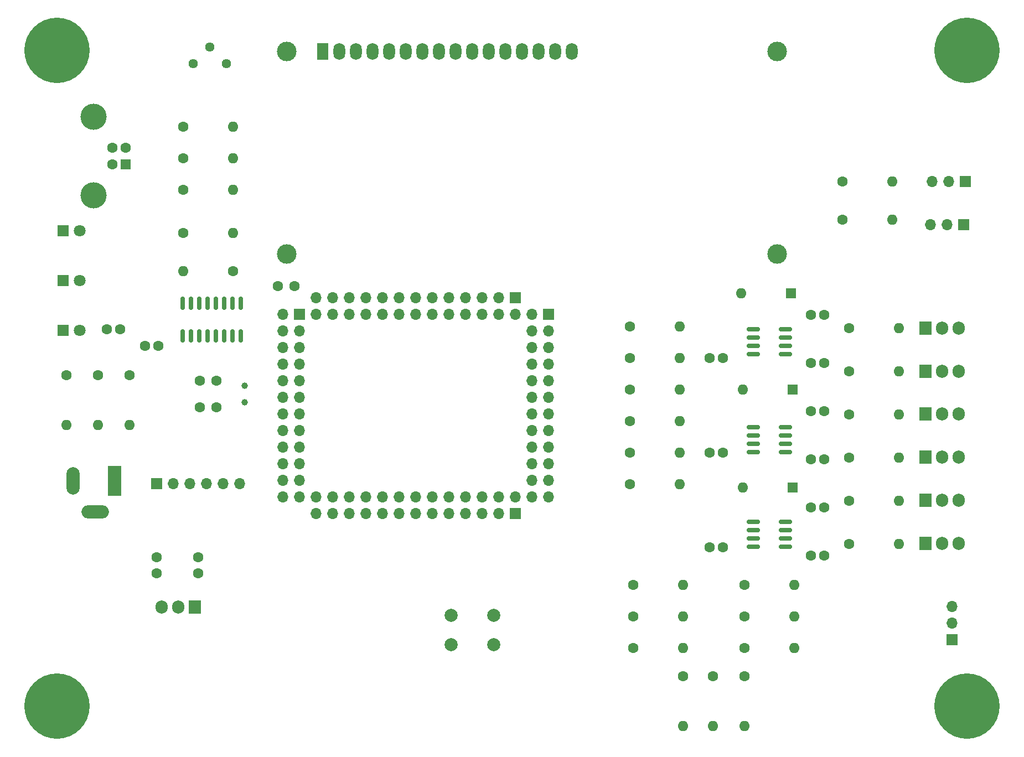
<source format=gbr>
%TF.GenerationSoftware,KiCad,Pcbnew,(6.0.7)*%
%TF.CreationDate,2022-11-12T20:07:08-06:00*%
%TF.ProjectId,Project 2,50726f6a-6563-4742-9032-2e6b69636164,rev?*%
%TF.SameCoordinates,Original*%
%TF.FileFunction,Soldermask,Top*%
%TF.FilePolarity,Negative*%
%FSLAX46Y46*%
G04 Gerber Fmt 4.6, Leading zero omitted, Abs format (unit mm)*
G04 Created by KiCad (PCBNEW (6.0.7)) date 2022-11-12 20:07:08*
%MOMM*%
%LPD*%
G01*
G04 APERTURE LIST*
G04 Aperture macros list*
%AMRoundRect*
0 Rectangle with rounded corners*
0 $1 Rounding radius*
0 $2 $3 $4 $5 $6 $7 $8 $9 X,Y pos of 4 corners*
0 Add a 4 corners polygon primitive as box body*
4,1,4,$2,$3,$4,$5,$6,$7,$8,$9,$2,$3,0*
0 Add four circle primitives for the rounded corners*
1,1,$1+$1,$2,$3*
1,1,$1+$1,$4,$5*
1,1,$1+$1,$6,$7*
1,1,$1+$1,$8,$9*
0 Add four rect primitives between the rounded corners*
20,1,$1+$1,$2,$3,$4,$5,0*
20,1,$1+$1,$4,$5,$6,$7,0*
20,1,$1+$1,$6,$7,$8,$9,0*
20,1,$1+$1,$8,$9,$2,$3,0*%
G04 Aperture macros list end*
%ADD10C,1.600000*%
%ADD11O,1.600000X1.600000*%
%ADD12R,1.905000X2.000000*%
%ADD13O,1.905000X2.000000*%
%ADD14C,10.000000*%
%ADD15R,1.800000X1.800000*%
%ADD16C,1.800000*%
%ADD17RoundRect,0.150000X-0.825000X-0.150000X0.825000X-0.150000X0.825000X0.150000X-0.825000X0.150000X0*%
%ADD18RoundRect,0.150000X0.150000X-0.850000X0.150000X0.850000X-0.150000X0.850000X-0.150000X-0.850000X0*%
%ADD19R,1.700000X1.700000*%
%ADD20O,1.700000X1.700000*%
%ADD21C,1.000000*%
%ADD22R,1.600000X1.600000*%
%ADD23C,4.000000*%
%ADD24C,2.000000*%
%ADD25C,1.440000*%
%ADD26R,2.000000X4.600000*%
%ADD27O,2.000000X4.200000*%
%ADD28O,4.200000X2.000000*%
%ADD29C,3.000000*%
%ADD30R,1.800000X2.600000*%
%ADD31O,1.800000X2.600000*%
G04 APERTURE END LIST*
D10*
%TO.C,R29*%
X84457500Y-84740343D03*
D11*
X84457500Y-92360343D03*
%TD*%
D10*
%TO.C,R22*%
X161036000Y-82113000D03*
D11*
X168656000Y-82113000D03*
%TD*%
D10*
%TO.C,R13*%
X178562000Y-116840000D03*
D11*
X186182000Y-116840000D03*
%TD*%
%TO.C,R28*%
X201168000Y-60960000D03*
D10*
X193548000Y-60960000D03*
%TD*%
D12*
%TO.C,Q4*%
X206248000Y-97282000D03*
D13*
X208788000Y-97282000D03*
X211328000Y-97282000D03*
%TD*%
D10*
%TO.C,R21*%
X161036000Y-77287000D03*
D11*
X168656000Y-77287000D03*
%TD*%
D14*
%TO.C,H1*%
X73406000Y-135382000D03*
%TD*%
D10*
%TO.C,R6*%
X194564000Y-84145000D03*
D11*
X202184000Y-84145000D03*
%TD*%
D12*
%TO.C,U2*%
X94488000Y-120213000D03*
D13*
X91948000Y-120213000D03*
X89408000Y-120213000D03*
%TD*%
D10*
%TO.C,R7*%
X194564000Y-90749000D03*
D11*
X202184000Y-90749000D03*
%TD*%
D10*
%TO.C,C7*%
X188738000Y-75509000D03*
X190738000Y-75509000D03*
%TD*%
D12*
%TO.C,Q2*%
X206248000Y-84145000D03*
D13*
X208788000Y-84145000D03*
X211328000Y-84145000D03*
%TD*%
D10*
%TO.C,C12*%
X188738000Y-104973000D03*
X190738000Y-104973000D03*
%TD*%
D15*
%TO.C,D4*%
X74292500Y-77882343D03*
D16*
X76832500Y-77882343D03*
%TD*%
D10*
%TO.C,C9*%
X188738000Y-112339000D03*
X190738000Y-112339000D03*
%TD*%
%TO.C,R1*%
X161544000Y-116840000D03*
D11*
X169164000Y-116840000D03*
%TD*%
D12*
%TO.C,Q5*%
X206248000Y-103886000D03*
D13*
X208788000Y-103886000D03*
X211328000Y-103886000D03*
%TD*%
D10*
%TO.C,C14*%
X188722000Y-90241000D03*
X190722000Y-90241000D03*
%TD*%
D17*
%TO.C,U4*%
X179897000Y-92654000D03*
X179897000Y-93924000D03*
X179897000Y-95194000D03*
X179897000Y-96464000D03*
X184847000Y-96464000D03*
X184847000Y-95194000D03*
X184847000Y-93924000D03*
X184847000Y-92654000D03*
%TD*%
D14*
%TO.C,H4*%
X73406000Y-35052000D03*
%TD*%
D10*
%TO.C,C13*%
X188722000Y-82875000D03*
X190722000Y-82875000D03*
%TD*%
%TO.C,R18*%
X100330000Y-68834000D03*
D11*
X92710000Y-68834000D03*
%TD*%
D10*
%TO.C,R14*%
X178562000Y-121666000D03*
D11*
X186182000Y-121666000D03*
%TD*%
D10*
%TO.C,C3*%
X81042000Y-77724000D03*
X83042000Y-77724000D03*
%TD*%
%TO.C,C1*%
X94996000Y-115062000D03*
X94996000Y-112562000D03*
%TD*%
%TO.C,R20*%
X92710000Y-56388000D03*
D11*
X100330000Y-56388000D03*
%TD*%
D17*
%TO.C,U5*%
X179897000Y-107132000D03*
X179897000Y-108402000D03*
X179897000Y-109672000D03*
X179897000Y-110942000D03*
X184847000Y-110942000D03*
X184847000Y-109672000D03*
X184847000Y-108402000D03*
X184847000Y-107132000D03*
%TD*%
D10*
%TO.C,C10*%
X97770000Y-85598000D03*
X95270000Y-85598000D03*
%TD*%
%TO.C,R11*%
X173736000Y-130810000D03*
D11*
X173736000Y-138430000D03*
%TD*%
D15*
%TO.C,D6*%
X74292500Y-62642343D03*
D16*
X76832500Y-62642343D03*
%TD*%
D10*
%TO.C,R19*%
X92710000Y-51562000D03*
D11*
X100330000Y-51562000D03*
%TD*%
D10*
%TO.C,R10*%
X194564000Y-110561000D03*
D11*
X202184000Y-110561000D03*
%TD*%
D18*
%TO.C,U6*%
X92583000Y-78728843D03*
X93853000Y-78728843D03*
X95123000Y-78728843D03*
X96393000Y-78728843D03*
X97663000Y-78728843D03*
X98933000Y-78728843D03*
X100203000Y-78728843D03*
X101473000Y-78728843D03*
X101473000Y-73728843D03*
X100203000Y-73728843D03*
X98933000Y-73728843D03*
X97663000Y-73728843D03*
X96393000Y-73728843D03*
X95123000Y-73728843D03*
X93853000Y-73728843D03*
X92583000Y-73728843D03*
%TD*%
D19*
%TO.C,J5*%
X88671000Y-101321000D03*
D20*
X91211000Y-101321000D03*
X93751000Y-101321000D03*
X96291000Y-101321000D03*
X98831000Y-101321000D03*
X101371000Y-101321000D03*
%TD*%
D21*
%TO.C,Y1*%
X102108000Y-88900000D03*
X102108000Y-86360000D03*
%TD*%
D10*
%TO.C,R24*%
X161036000Y-91765000D03*
D11*
X168656000Y-91765000D03*
%TD*%
D10*
%TO.C,R3*%
X161544000Y-126492000D03*
D11*
X169164000Y-126492000D03*
%TD*%
D10*
%TO.C,C16*%
X107208000Y-71120000D03*
X109708000Y-71120000D03*
%TD*%
D22*
%TO.C,D3*%
X185928000Y-101925000D03*
D11*
X178308000Y-101925000D03*
%TD*%
D10*
%TO.C,R4*%
X169164000Y-130810000D03*
D11*
X169164000Y-138430000D03*
%TD*%
D19*
%TO.C,J4*%
X212090000Y-61722000D03*
D20*
X209550000Y-61722000D03*
X207010000Y-61722000D03*
%TD*%
D10*
%TO.C,R16*%
X92710000Y-46736000D03*
D11*
X100330000Y-46736000D03*
%TD*%
D10*
%TO.C,R8*%
X194564000Y-97353000D03*
D11*
X202184000Y-97353000D03*
%TD*%
D10*
%TO.C,R2*%
X161544000Y-121666000D03*
D11*
X169164000Y-121666000D03*
%TD*%
D19*
%TO.C,J3*%
X210312000Y-125222000D03*
D20*
X210312000Y-122682000D03*
X210312000Y-120142000D03*
%TD*%
D15*
%TO.C,D5*%
X74292500Y-70262343D03*
D16*
X76832500Y-70262343D03*
%TD*%
D10*
%TO.C,C4*%
X173244000Y-82113000D03*
X175244000Y-82113000D03*
%TD*%
%TO.C,C11*%
X97750000Y-89662000D03*
X95250000Y-89662000D03*
%TD*%
%TO.C,C15*%
X86884000Y-80264000D03*
X88884000Y-80264000D03*
%TD*%
%TO.C,R26*%
X161036000Y-101417000D03*
D11*
X168656000Y-101417000D03*
%TD*%
D22*
%TO.C,J1*%
X83879000Y-52462343D03*
D10*
X83879000Y-49962343D03*
X81879000Y-49962343D03*
X81879000Y-52462343D03*
D23*
X79019000Y-45212343D03*
X79019000Y-57212343D03*
%TD*%
D24*
%TO.C,SW1*%
X133656000Y-121448000D03*
X140156000Y-121448000D03*
X140156000Y-125948000D03*
X133656000Y-125948000D03*
%TD*%
D10*
%TO.C,R30*%
X79631500Y-84740343D03*
D11*
X79631500Y-92360343D03*
%TD*%
D25*
%TO.C,RV1*%
X99314000Y-37084000D03*
X96774000Y-34544000D03*
X94234000Y-37084000D03*
%TD*%
D10*
%TO.C,R9*%
X194564000Y-103957000D03*
D11*
X202184000Y-103957000D03*
%TD*%
D19*
%TO.C,U1*%
X143510000Y-72898000D03*
D20*
X143510000Y-75438000D03*
X140970000Y-72898000D03*
X140970000Y-75438000D03*
X138430000Y-72898000D03*
X138430000Y-75438000D03*
X135890000Y-72898000D03*
X135890000Y-75438000D03*
X133350000Y-72898000D03*
X133350000Y-75438000D03*
X130810000Y-72898000D03*
X130810000Y-75438000D03*
X128270000Y-72898000D03*
X128270000Y-75438000D03*
X125730000Y-72898000D03*
X125730000Y-75438000D03*
X123190000Y-72898000D03*
X123190000Y-75438000D03*
X120650000Y-72898000D03*
X120650000Y-75438000D03*
X118110000Y-72898000D03*
X118110000Y-75438000D03*
X115570000Y-72898000D03*
X115570000Y-75438000D03*
X113030000Y-72898000D03*
X113030000Y-75438000D03*
X107950000Y-75438000D03*
D19*
X110490000Y-75438000D03*
D20*
X107950000Y-77978000D03*
X110490000Y-77978000D03*
X107950000Y-80518000D03*
X110490000Y-80518000D03*
X107950000Y-83058000D03*
X110490000Y-83058000D03*
X107950000Y-85598000D03*
X110490000Y-85598000D03*
X107950000Y-88138000D03*
X110490000Y-88138000D03*
X107950000Y-90678000D03*
X110490000Y-90678000D03*
X107950000Y-93218000D03*
X110490000Y-93218000D03*
X107950000Y-95758000D03*
X110490000Y-95758000D03*
X107950000Y-98298000D03*
X110490000Y-98298000D03*
X107950000Y-100838000D03*
X110490000Y-100838000D03*
X107950000Y-103378000D03*
X110490000Y-103378000D03*
X113030000Y-105918000D03*
X113030000Y-103378000D03*
X115570000Y-105918000D03*
X115570000Y-103378000D03*
X118110000Y-105918000D03*
X118110000Y-103378000D03*
X120650000Y-105918000D03*
X120650000Y-103378000D03*
X123190000Y-105918000D03*
X123190000Y-103378000D03*
X125730000Y-105918000D03*
X125730000Y-103378000D03*
X128270000Y-105918000D03*
X128270000Y-103378000D03*
X130810000Y-105918000D03*
X130810000Y-103378000D03*
X133350000Y-105918000D03*
X133350000Y-103378000D03*
X135890000Y-105918000D03*
X135890000Y-103378000D03*
X138430000Y-105918000D03*
X138430000Y-103378000D03*
X140970000Y-105918000D03*
X140970000Y-103378000D03*
D19*
X143510000Y-105918000D03*
D20*
X143510000Y-103378000D03*
X148590000Y-103378000D03*
X146050000Y-103378000D03*
X148590000Y-100838000D03*
X146050000Y-100838000D03*
X148590000Y-98298000D03*
X146050000Y-98298000D03*
X148590000Y-95758000D03*
X146050000Y-95758000D03*
X148590000Y-93218000D03*
X146050000Y-93218000D03*
X148590000Y-90678000D03*
X146050000Y-90678000D03*
X148590000Y-88138000D03*
X146050000Y-88138000D03*
X148590000Y-85598000D03*
X146050000Y-85598000D03*
X148590000Y-83058000D03*
X146050000Y-83058000D03*
X148590000Y-80518000D03*
X146050000Y-80518000D03*
X148590000Y-77978000D03*
X146050000Y-77978000D03*
D19*
X148590000Y-75438000D03*
D20*
X146050000Y-75438000D03*
%TD*%
D14*
%TO.C,H2*%
X212598000Y-135382000D03*
%TD*%
D10*
%TO.C,R15*%
X178562000Y-126492000D03*
D11*
X186182000Y-126492000D03*
%TD*%
D19*
%TO.C,J7*%
X212329000Y-55118000D03*
D20*
X209789000Y-55118000D03*
X207249000Y-55118000D03*
%TD*%
D10*
%TO.C,C8*%
X188738000Y-97607000D03*
X190738000Y-97607000D03*
%TD*%
D12*
%TO.C,Q3*%
X206248000Y-90678000D03*
D13*
X208788000Y-90678000D03*
X211328000Y-90678000D03*
%TD*%
D12*
%TO.C,Q1*%
X206248000Y-77541000D03*
D13*
X208788000Y-77541000D03*
X211328000Y-77541000D03*
%TD*%
D10*
%TO.C,C6*%
X173228000Y-96591000D03*
X175228000Y-96591000D03*
%TD*%
D12*
%TO.C,Q6*%
X206248000Y-110490000D03*
D13*
X208788000Y-110490000D03*
X211328000Y-110490000D03*
%TD*%
D11*
%TO.C,R27*%
X201168000Y-55118000D03*
D10*
X193548000Y-55118000D03*
%TD*%
%TO.C,R12*%
X178562000Y-130810000D03*
D11*
X178562000Y-138430000D03*
%TD*%
D10*
%TO.C,R25*%
X161036000Y-96591000D03*
D11*
X168656000Y-96591000D03*
%TD*%
D10*
%TO.C,R17*%
X92710000Y-62992000D03*
D11*
X100330000Y-62992000D03*
%TD*%
D26*
%TO.C,J2*%
X82171500Y-100854343D03*
D27*
X75871500Y-100854343D03*
D28*
X79271500Y-105654343D03*
%TD*%
D17*
%TO.C,U3*%
X179897000Y-77668000D03*
X179897000Y-78938000D03*
X179897000Y-80208000D03*
X179897000Y-81478000D03*
X184847000Y-81478000D03*
X184847000Y-80208000D03*
X184847000Y-78938000D03*
X184847000Y-77668000D03*
%TD*%
D10*
%TO.C,C2*%
X88646000Y-115062000D03*
X88646000Y-112562000D03*
%TD*%
%TO.C,R23*%
X161036000Y-86939000D03*
D11*
X168656000Y-86939000D03*
%TD*%
D22*
%TO.C,D1*%
X185674000Y-72207000D03*
D11*
X178054000Y-72207000D03*
%TD*%
D29*
%TO.C,J6*%
X183549480Y-66189200D03*
X108550900Y-66189200D03*
X108550900Y-35188500D03*
X183550000Y-35188500D03*
D30*
X114050000Y-35188500D03*
D31*
X116590000Y-35188500D03*
X119130000Y-35188500D03*
X121670000Y-35188500D03*
X124210000Y-35188500D03*
X126750000Y-35188500D03*
X129290000Y-35188500D03*
X131830000Y-35188500D03*
X134370000Y-35188500D03*
X136910000Y-35188500D03*
X139450000Y-35188500D03*
X141990000Y-35188500D03*
X144530000Y-35188500D03*
X147070000Y-35188500D03*
X149610000Y-35188500D03*
X152150000Y-35188500D03*
%TD*%
D10*
%TO.C,R31*%
X74805500Y-84740343D03*
D11*
X74805500Y-92360343D03*
%TD*%
D22*
%TO.C,D2*%
X185928000Y-86939000D03*
D11*
X178308000Y-86939000D03*
%TD*%
D14*
%TO.C,H3*%
X212598000Y-35052000D03*
%TD*%
D10*
%TO.C,R5*%
X194564000Y-77541000D03*
D11*
X202184000Y-77541000D03*
%TD*%
D10*
%TO.C,C5*%
X173244000Y-111069000D03*
X175244000Y-111069000D03*
%TD*%
M02*

</source>
